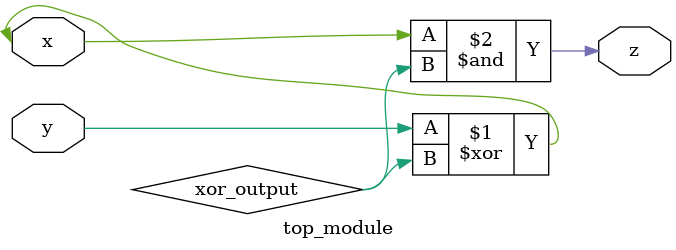
<source format=sv>
module top_module(
	input x,
	input y,
	output z);
	
	// Declaration of intermediate wires
	wire xor_output;
	
	// Logic for intermediate wires
	xor xor_gate(.a(x), .b(y), .o(xor_output));
	
	// Assigning the output wire z to the final logic
	assign z = x & xor_output;
	
endmodule

</source>
